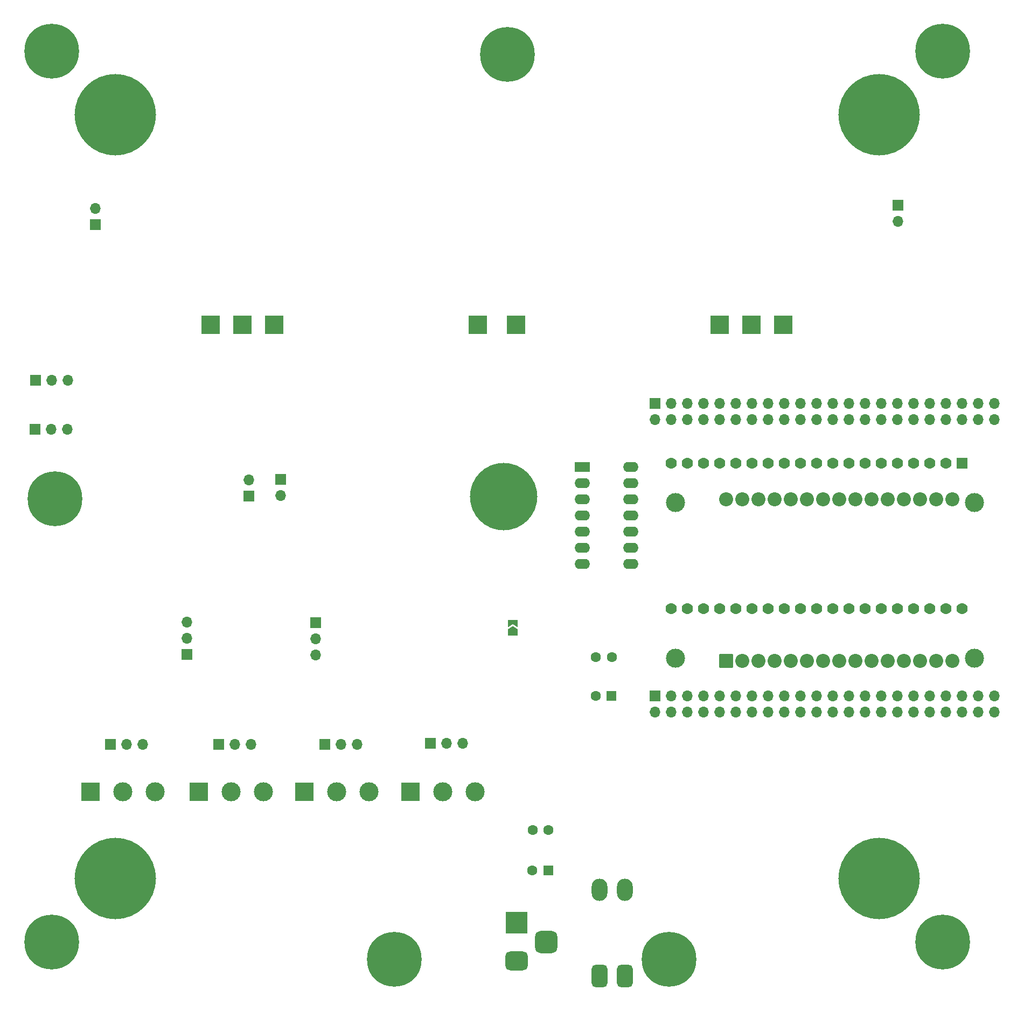
<source format=gts>
G04 #@! TF.GenerationSoftware,KiCad,Pcbnew,7.0.10-1.fc39*
G04 #@! TF.CreationDate,2024-01-08T15:06:23-05:00*
G04 #@! TF.ProjectId,SYSMATT-WS2812-MATRIX-CARRIER,5359534d-4154-4542-9d57-53323831322d,rev?*
G04 #@! TF.SameCoordinates,Original*
G04 #@! TF.FileFunction,Soldermask,Top*
G04 #@! TF.FilePolarity,Negative*
%FSLAX46Y46*%
G04 Gerber Fmt 4.6, Leading zero omitted, Abs format (unit mm)*
G04 Created by KiCad (PCBNEW 7.0.10-1.fc39) date 2024-01-08 15:06:23*
%MOMM*%
%LPD*%
G01*
G04 APERTURE LIST*
G04 Aperture macros list*
%AMRoundRect*
0 Rectangle with rounded corners*
0 $1 Rounding radius*
0 $2 $3 $4 $5 $6 $7 $8 $9 X,Y pos of 4 corners*
0 Add a 4 corners polygon primitive as box body*
4,1,4,$2,$3,$4,$5,$6,$7,$8,$9,$2,$3,0*
0 Add four circle primitives for the rounded corners*
1,1,$1+$1,$2,$3*
1,1,$1+$1,$4,$5*
1,1,$1+$1,$6,$7*
1,1,$1+$1,$8,$9*
0 Add four rect primitives between the rounded corners*
20,1,$1+$1,$2,$3,$4,$5,0*
20,1,$1+$1,$4,$5,$6,$7,0*
20,1,$1+$1,$6,$7,$8,$9,0*
20,1,$1+$1,$8,$9,$2,$3,0*%
%AMFreePoly0*
4,1,6,1.000000,0.000000,0.500000,-0.750000,-0.500000,-0.750000,-0.500000,0.750000,0.500000,0.750000,1.000000,0.000000,1.000000,0.000000,$1*%
%AMFreePoly1*
4,1,6,0.500000,-0.750000,-0.650000,-0.750000,-0.150000,0.000000,-0.650000,0.750000,0.500000,0.750000,0.500000,-0.750000,0.500000,-0.750000,$1*%
G04 Aperture macros list end*
%ADD10C,1.600000*%
%ADD11C,12.800000*%
%ADD12C,8.600000*%
%ADD13R,3.000000X3.000000*%
%ADD14R,1.700000X1.700000*%
%ADD15O,1.700000X1.700000*%
%ADD16R,1.600000X1.600000*%
%ADD17C,3.000000*%
%ADD18R,3.500000X3.500000*%
%ADD19RoundRect,0.750000X1.000000X-0.750000X1.000000X0.750000X-1.000000X0.750000X-1.000000X-0.750000X0*%
%ADD20RoundRect,0.875000X0.875000X-0.875000X0.875000X0.875000X-0.875000X0.875000X-0.875000X-0.875000X0*%
%ADD21FreePoly0,90.000000*%
%ADD22FreePoly1,90.000000*%
%ADD23R,2.400000X1.600000*%
%ADD24O,2.400000X1.600000*%
%ADD25RoundRect,0.625000X0.625000X-1.125000X0.625000X1.125000X-0.625000X1.125000X-0.625000X-1.125000X0*%
%ADD26O,2.500000X3.500000*%
%ADD27C,10.600000*%
%ADD28RoundRect,0.102000X1.000000X-1.000000X1.000000X1.000000X-1.000000X1.000000X-1.000000X-1.000000X0*%
%ADD29C,2.204000*%
%ADD30RoundRect,0.102000X-0.780000X0.780000X-0.780000X-0.780000X0.780000X-0.780000X0.780000X0.780000X0*%
%ADD31C,1.764000*%
G04 APERTURE END LIST*
D10*
X108077000Y-152400000D03*
X105577000Y-152400000D03*
D11*
X160000000Y-40000000D03*
D12*
X101600000Y-30480000D03*
D13*
X55000000Y-73000000D03*
D14*
X163011000Y-54224000D03*
D15*
X163011000Y-56764000D03*
D14*
X124841000Y-85344000D03*
D15*
X124841000Y-87884000D03*
X127381000Y-85344000D03*
X127381000Y-87884000D03*
X129921000Y-85344000D03*
X129921000Y-87884000D03*
X132461000Y-85344000D03*
X132461000Y-87884000D03*
X135001000Y-85344000D03*
X135001000Y-87884000D03*
X137541000Y-85344000D03*
X137541000Y-87884000D03*
X140081000Y-85344000D03*
X140081000Y-87884000D03*
X142621000Y-85344000D03*
X142621000Y-87884000D03*
X145161000Y-85344000D03*
X145161000Y-87884000D03*
X147701000Y-85344000D03*
X147701000Y-87884000D03*
X150241000Y-85344000D03*
X150241000Y-87884000D03*
X152781000Y-85344000D03*
X152781000Y-87884000D03*
X155321000Y-85344000D03*
X155321000Y-87884000D03*
X157861000Y-85344000D03*
X157861000Y-87884000D03*
X160401000Y-85344000D03*
X160401000Y-87884000D03*
X162941000Y-85344000D03*
X162941000Y-87884000D03*
X165481000Y-85344000D03*
X165481000Y-87884000D03*
X168021000Y-85344000D03*
X168021000Y-87884000D03*
X170561000Y-85344000D03*
X170561000Y-87884000D03*
X173101000Y-85344000D03*
X173101000Y-87884000D03*
X175641000Y-85344000D03*
X175641000Y-87884000D03*
X178181000Y-85344000D03*
X178181000Y-87884000D03*
D14*
X27386409Y-89433000D03*
D15*
X29926409Y-89433000D03*
X32466409Y-89433000D03*
D14*
X89535000Y-138811000D03*
D15*
X92075000Y-138811000D03*
X94615000Y-138811000D03*
D13*
X135000000Y-73000000D03*
D16*
X117983000Y-131318000D03*
D10*
X115483000Y-131318000D03*
D13*
X36068000Y-146431000D03*
D17*
X41148000Y-146431000D03*
X46228000Y-146431000D03*
D18*
X103042500Y-167000000D03*
D19*
X103042500Y-173000000D03*
D20*
X107742500Y-170000000D03*
D14*
X27416409Y-81763000D03*
D15*
X29956409Y-81763000D03*
X32496409Y-81763000D03*
D14*
X60960000Y-99949000D03*
D15*
X60960000Y-97409000D03*
D13*
X103000000Y-73000000D03*
D21*
X102489000Y-121375000D03*
D22*
X102489000Y-119925000D03*
D14*
X51259000Y-124839000D03*
D15*
X51259000Y-122299000D03*
X51259000Y-119759000D03*
D23*
X113411000Y-95377000D03*
D24*
X113411000Y-97917000D03*
X113411000Y-100457000D03*
X113411000Y-102997000D03*
X113411000Y-105537000D03*
X113411000Y-108077000D03*
X113411000Y-110617000D03*
X121031000Y-110617000D03*
X121031000Y-108077000D03*
X121031000Y-105537000D03*
X121031000Y-102997000D03*
X121031000Y-100457000D03*
X121031000Y-97917000D03*
X121031000Y-95377000D03*
D16*
X108037000Y-158750000D03*
D10*
X105537000Y-158750000D03*
D11*
X40000000Y-40000000D03*
D12*
X170000000Y-170000000D03*
D25*
X116060000Y-175335000D03*
X120060000Y-175335000D03*
D26*
X116060000Y-161835000D03*
X120060000Y-161835000D03*
D12*
X83820000Y-172720000D03*
D14*
X65983000Y-97277000D03*
D15*
X65983000Y-99817000D03*
D14*
X36887000Y-57282000D03*
D15*
X36887000Y-54742000D03*
D13*
X86360000Y-146431000D03*
D17*
X91440000Y-146431000D03*
X96520000Y-146431000D03*
D12*
X127000000Y-172720000D03*
D14*
X56261000Y-138938000D03*
D15*
X58801000Y-138938000D03*
X61341000Y-138938000D03*
D12*
X170000000Y-30000000D03*
D27*
X101000000Y-100000000D03*
D13*
X65000000Y-73000000D03*
D17*
X128056999Y-125437000D03*
X175006999Y-125437000D03*
X128056999Y-100927000D03*
X175006999Y-100927000D03*
D28*
X136016999Y-125857000D03*
D29*
X138556999Y-125857000D03*
X141096999Y-125857000D03*
X143636999Y-125857000D03*
X146176999Y-125857000D03*
X148716999Y-125857000D03*
X151256999Y-125857000D03*
X153796999Y-125857000D03*
X156336999Y-125857000D03*
X158876999Y-125857000D03*
X161416999Y-125857000D03*
X163956999Y-125857000D03*
X166496999Y-125857000D03*
X169036999Y-125857000D03*
X171576999Y-125857000D03*
X171576999Y-100457000D03*
X169036999Y-100457000D03*
X166496999Y-100457000D03*
X163956999Y-100457000D03*
X161416999Y-100457000D03*
X158876999Y-100457000D03*
X156336999Y-100457000D03*
X153796999Y-100457000D03*
X151256999Y-100457000D03*
X148716999Y-100457000D03*
X146176999Y-100457000D03*
X143636999Y-100457000D03*
X141096999Y-100457000D03*
X138556999Y-100457000D03*
X136016999Y-100457000D03*
D13*
X69723000Y-146431000D03*
D17*
X74803000Y-146431000D03*
X79883000Y-146431000D03*
D14*
X39243000Y-138938000D03*
D15*
X41783000Y-138938000D03*
X44323000Y-138938000D03*
D11*
X160000000Y-160000000D03*
D10*
X118023000Y-125222000D03*
X115523000Y-125222000D03*
D14*
X124841000Y-131318000D03*
D15*
X124841000Y-133858000D03*
X127381000Y-131318000D03*
X127381000Y-133858000D03*
X129921000Y-131318000D03*
X129921000Y-133858000D03*
X132461000Y-131318000D03*
X132461000Y-133858000D03*
X135001000Y-131318000D03*
X135001000Y-133858000D03*
X137541000Y-131318000D03*
X137541000Y-133858000D03*
X140081000Y-131318000D03*
X140081000Y-133858000D03*
X142621000Y-131318000D03*
X142621000Y-133858000D03*
X145161000Y-131318000D03*
X145161000Y-133858000D03*
X147701000Y-131318000D03*
X147701000Y-133858000D03*
X150241000Y-131318000D03*
X150241000Y-133858000D03*
X152781000Y-131318000D03*
X152781000Y-133858000D03*
X155321000Y-131318000D03*
X155321000Y-133858000D03*
X157861000Y-131318000D03*
X157861000Y-133858000D03*
X160401000Y-131318000D03*
X160401000Y-133858000D03*
X162941000Y-131318000D03*
X162941000Y-133858000D03*
X165481000Y-131318000D03*
X165481000Y-133858000D03*
X168021000Y-131318000D03*
X168021000Y-133858000D03*
X170561000Y-131318000D03*
X170561000Y-133858000D03*
X173101000Y-131318000D03*
X173101000Y-133858000D03*
X175641000Y-131318000D03*
X175641000Y-133858000D03*
X178181000Y-131318000D03*
X178181000Y-133858000D03*
D13*
X97000000Y-73000000D03*
D12*
X30000000Y-170000000D03*
D14*
X72898000Y-138938000D03*
D15*
X75438000Y-138938000D03*
X77978000Y-138938000D03*
D13*
X60000000Y-73000000D03*
X140000000Y-73000000D03*
D12*
X30000000Y-30000000D03*
D30*
X173100999Y-94742000D03*
D31*
X170560999Y-94742000D03*
X168020999Y-94742000D03*
X165480999Y-94742000D03*
X162940999Y-94742000D03*
X160400999Y-94742000D03*
X157860999Y-94742000D03*
X155320999Y-94742000D03*
X152780999Y-94742000D03*
X150240999Y-94742000D03*
X147700999Y-94742000D03*
X145160999Y-94742000D03*
X142620999Y-94742000D03*
X140080999Y-94742000D03*
X137540999Y-94742000D03*
X135000999Y-94742000D03*
X132460999Y-94742000D03*
X129920999Y-94742000D03*
X127380999Y-94742000D03*
X173100999Y-117602000D03*
X170560999Y-117602000D03*
X168020999Y-117602000D03*
X165480999Y-117602000D03*
X162940999Y-117602000D03*
X160400999Y-117602000D03*
X157860999Y-117602000D03*
X155320999Y-117602000D03*
X152780999Y-117602000D03*
X150240999Y-117602000D03*
X147700999Y-117602000D03*
X145160999Y-117602000D03*
X142620999Y-117602000D03*
X140080999Y-117602000D03*
X137540999Y-117602000D03*
X135000999Y-117602000D03*
X132460999Y-117602000D03*
X129920999Y-117602000D03*
X127380999Y-117602000D03*
D12*
X30480000Y-100330000D03*
D13*
X145000000Y-73000000D03*
D14*
X71509000Y-119789000D03*
D15*
X71509000Y-122329000D03*
X71509000Y-124869000D03*
D11*
X40000000Y-160000000D03*
D13*
X53086000Y-146431000D03*
D17*
X58166000Y-146431000D03*
X63246000Y-146431000D03*
M02*

</source>
